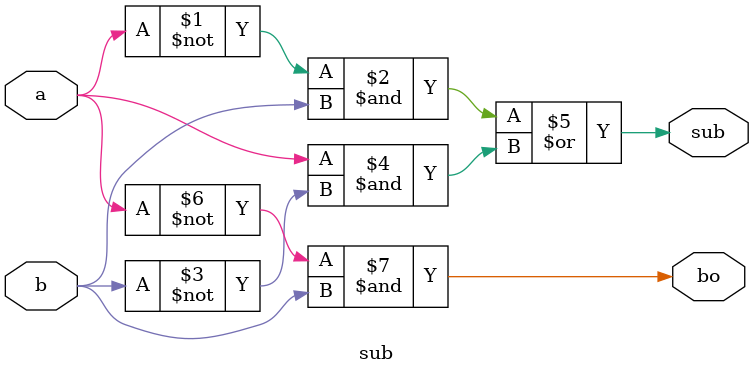
<source format=v>
`timescale 1ns / 1ps


module sub(
    input a,
    input b,
    output sub,
    output bo
    );
    
    assign sub = (~a & b) | (a & ~b);
    assign bo = (~a & b);
endmodule

</source>
